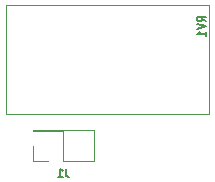
<source format=gbo>
G04 #@! TF.FileFunction,Legend,Bot*
%FSLAX46Y46*%
G04 Gerber Fmt 4.6, Leading zero omitted, Abs format (unit mm)*
G04 Created by KiCad (PCBNEW 4.0.4-1.fc24-product) date Tue Jun 12 10:09:24 2018*
%MOMM*%
%LPD*%
G01*
G04 APERTURE LIST*
%ADD10C,0.100000*%
%ADD11C,0.120000*%
%ADD12C,0.150000*%
G04 APERTURE END LIST*
D10*
D11*
X146100000Y-90300000D02*
X146100000Y-81100000D01*
X128900000Y-90300000D02*
X128900000Y-81100000D01*
X146100000Y-90300000D02*
X128900000Y-90300000D01*
X146100000Y-81100000D02*
X128900000Y-81100000D01*
X131170000Y-91670000D02*
X136370000Y-91670000D01*
X131170000Y-91730000D02*
X131170000Y-91670000D01*
X136370000Y-94330000D02*
X136370000Y-91670000D01*
X131170000Y-91730000D02*
X133770000Y-91730000D01*
X133770000Y-91730000D02*
X133770000Y-94330000D01*
X133770000Y-94330000D02*
X136370000Y-94330000D01*
X131170000Y-93000000D02*
X131170000Y-94330000D01*
X131170000Y-94330000D02*
X132500000Y-94330000D01*
D12*
X145816667Y-82483334D02*
X145483333Y-82250000D01*
X145816667Y-82083334D02*
X145116667Y-82083334D01*
X145116667Y-82350000D01*
X145150000Y-82416667D01*
X145183333Y-82450000D01*
X145250000Y-82483334D01*
X145350000Y-82483334D01*
X145416667Y-82450000D01*
X145450000Y-82416667D01*
X145483333Y-82350000D01*
X145483333Y-82083334D01*
X145116667Y-82683334D02*
X145816667Y-82916667D01*
X145116667Y-83150000D01*
X145816667Y-83750000D02*
X145816667Y-83350000D01*
X145816667Y-83550000D02*
X145116667Y-83550000D01*
X145216667Y-83483334D01*
X145283333Y-83416667D01*
X145316667Y-83350000D01*
X134003333Y-94946667D02*
X134003333Y-95446667D01*
X134036667Y-95546667D01*
X134103333Y-95613333D01*
X134203333Y-95646667D01*
X134270000Y-95646667D01*
X133303334Y-95646667D02*
X133703334Y-95646667D01*
X133503334Y-95646667D02*
X133503334Y-94946667D01*
X133570000Y-95046667D01*
X133636667Y-95113333D01*
X133703334Y-95146667D01*
M02*

</source>
